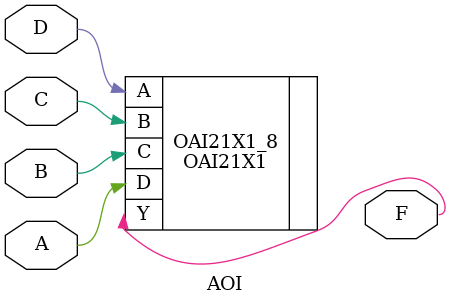
<source format=v>
module AOI (A, B, C, D, F);

  input A;
  input B;
  input C;
  input D;
  output F;


OAI21X1 OAI21X1_8 ( .A(D), .B(C), .C(B), .D(A), .Y(F));
endmodule

</source>
